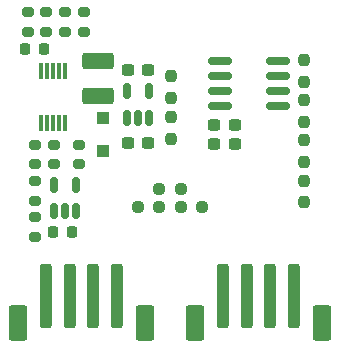
<source format=gtp>
G04 #@! TF.GenerationSoftware,KiCad,Pcbnew,7.0.1*
G04 #@! TF.CreationDate,2023-07-17T03:26:51+02:00*
G04 #@! TF.ProjectId,RS485_interface,52533438-355f-4696-9e74-657266616365,2*
G04 #@! TF.SameCoordinates,Original*
G04 #@! TF.FileFunction,Paste,Top*
G04 #@! TF.FilePolarity,Positive*
%FSLAX46Y46*%
G04 Gerber Fmt 4.6, Leading zero omitted, Abs format (unit mm)*
G04 Created by KiCad (PCBNEW 7.0.1) date 2023-07-17 03:26:51*
%MOMM*%
%LPD*%
G01*
G04 APERTURE LIST*
G04 Aperture macros list*
%AMRoundRect*
0 Rectangle with rounded corners*
0 $1 Rounding radius*
0 $2 $3 $4 $5 $6 $7 $8 $9 X,Y pos of 4 corners*
0 Add a 4 corners polygon primitive as box body*
4,1,4,$2,$3,$4,$5,$6,$7,$8,$9,$2,$3,0*
0 Add four circle primitives for the rounded corners*
1,1,$1+$1,$2,$3*
1,1,$1+$1,$4,$5*
1,1,$1+$1,$6,$7*
1,1,$1+$1,$8,$9*
0 Add four rect primitives between the rounded corners*
20,1,$1+$1,$2,$3,$4,$5,0*
20,1,$1+$1,$4,$5,$6,$7,0*
20,1,$1+$1,$6,$7,$8,$9,0*
20,1,$1+$1,$8,$9,$2,$3,0*%
G04 Aperture macros list end*
%ADD10RoundRect,0.225000X0.225000X0.250000X-0.225000X0.250000X-0.225000X-0.250000X0.225000X-0.250000X0*%
%ADD11RoundRect,0.225000X-0.225000X-0.250000X0.225000X-0.250000X0.225000X0.250000X-0.225000X0.250000X0*%
%ADD12R,0.300000X1.400000*%
%ADD13RoundRect,0.150000X0.150000X-0.512500X0.150000X0.512500X-0.150000X0.512500X-0.150000X-0.512500X0*%
%ADD14RoundRect,0.200000X0.275000X-0.200000X0.275000X0.200000X-0.275000X0.200000X-0.275000X-0.200000X0*%
%ADD15RoundRect,0.200000X-0.275000X0.200000X-0.275000X-0.200000X0.275000X-0.200000X0.275000X0.200000X0*%
%ADD16RoundRect,0.250000X0.550000X1.250000X-0.550000X1.250000X-0.550000X-1.250000X0.550000X-1.250000X0*%
%ADD17RoundRect,0.250000X0.250000X2.500000X-0.250000X2.500000X-0.250000X-2.500000X0.250000X-2.500000X0*%
%ADD18RoundRect,0.237500X-0.300000X-0.237500X0.300000X-0.237500X0.300000X0.237500X-0.300000X0.237500X0*%
%ADD19RoundRect,0.237500X0.250000X0.237500X-0.250000X0.237500X-0.250000X-0.237500X0.250000X-0.237500X0*%
%ADD20RoundRect,0.237500X0.237500X-0.250000X0.237500X0.250000X-0.237500X0.250000X-0.237500X-0.250000X0*%
%ADD21RoundRect,0.250000X0.300000X-0.300000X0.300000X0.300000X-0.300000X0.300000X-0.300000X-0.300000X0*%
%ADD22RoundRect,0.150000X0.825000X0.150000X-0.825000X0.150000X-0.825000X-0.150000X0.825000X-0.150000X0*%
%ADD23RoundRect,0.250001X-1.074999X0.462499X-1.074999X-0.462499X1.074999X-0.462499X1.074999X0.462499X0*%
G04 APERTURE END LIST*
D10*
X96750301Y-50189978D03*
X95200301Y-50189978D03*
D11*
X97572501Y-65667920D03*
X99122501Y-65667920D03*
D12*
X98525301Y-52014978D03*
X98025301Y-52014978D03*
X97525301Y-52014978D03*
X97025301Y-52014978D03*
X96525301Y-52014978D03*
X96525301Y-56414978D03*
X97025301Y-56414978D03*
X97525301Y-56414978D03*
X98025301Y-56414978D03*
X98525301Y-56414978D03*
D13*
X97622501Y-63917920D03*
X98572501Y-63917920D03*
X99522501Y-63917920D03*
X99522501Y-61642920D03*
X97622501Y-61642920D03*
D14*
X95975301Y-62989978D03*
X95975301Y-61339978D03*
D15*
X98550301Y-48714978D03*
X98550301Y-47064978D03*
D14*
X100125301Y-47064978D03*
X100125301Y-48714978D03*
D15*
X96975301Y-48714978D03*
X96975301Y-47064978D03*
D14*
X95400301Y-47064978D03*
X95400301Y-48714978D03*
X99747501Y-59914978D03*
X99747501Y-58264978D03*
X97600301Y-59914978D03*
X97600301Y-58264978D03*
X95972501Y-66067920D03*
X95972501Y-64417920D03*
X95975301Y-59914978D03*
X95975301Y-58264978D03*
D16*
X94535001Y-73355420D03*
X105335001Y-73355420D03*
D17*
X96935001Y-71105420D03*
X98935001Y-71105420D03*
X100935001Y-71105420D03*
X102935001Y-71105420D03*
D16*
X109535001Y-73355420D03*
X120335001Y-73355420D03*
D17*
X111935001Y-71105420D03*
X113935001Y-71105420D03*
X115935001Y-71105420D03*
X117935001Y-71105420D03*
D18*
X103875301Y-51974978D03*
X105600301Y-51974978D03*
D19*
X108347501Y-63555420D03*
X110172501Y-63555420D03*
D20*
X107550301Y-57777478D03*
X107550301Y-55952478D03*
D21*
X101750301Y-58764978D03*
X101750301Y-55964978D03*
D20*
X107550301Y-54302478D03*
X107550301Y-52477478D03*
D22*
X116600301Y-54944978D03*
X116600301Y-53674978D03*
X116600301Y-52404978D03*
X116600301Y-51134978D03*
X111650301Y-51134978D03*
X111650301Y-52404978D03*
X111650301Y-53674978D03*
X111650301Y-54944978D03*
D20*
X118750301Y-51102478D03*
X118750301Y-52927478D03*
X118750301Y-54502478D03*
X118750301Y-56327478D03*
D19*
X106537501Y-61990420D03*
X108362501Y-61990420D03*
D18*
X111200301Y-56569978D03*
X112925301Y-56569978D03*
X111200301Y-58209978D03*
X112925301Y-58209978D03*
D23*
X101325301Y-51177478D03*
X101325301Y-54152478D03*
D19*
X104722501Y-63550420D03*
X106547501Y-63550420D03*
D20*
X118750301Y-61302478D03*
X118750301Y-63127478D03*
D18*
X103862801Y-58139978D03*
X105587801Y-58139978D03*
D13*
X103775301Y-55989978D03*
X104725301Y-55989978D03*
X105675301Y-55989978D03*
X105675301Y-53714978D03*
X103775301Y-53714978D03*
D20*
X118750301Y-59727478D03*
X118750301Y-57902478D03*
M02*

</source>
